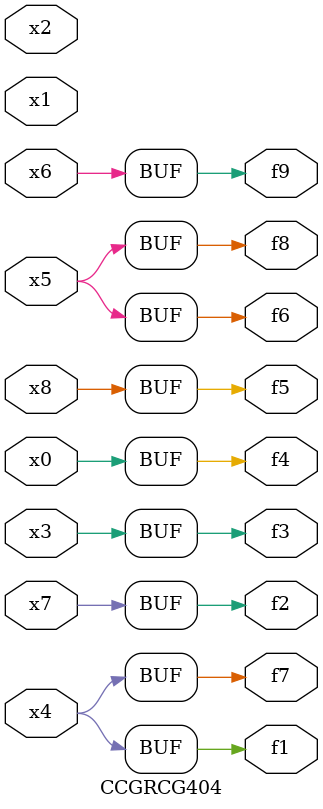
<source format=v>
module CCGRCG404(
	input x0, x1, x2, x3, x4, x5, x6, x7, x8,
	output f1, f2, f3, f4, f5, f6, f7, f8, f9
);
	assign f1 = x4;
	assign f2 = x7;
	assign f3 = x3;
	assign f4 = x0;
	assign f5 = x8;
	assign f6 = x5;
	assign f7 = x4;
	assign f8 = x5;
	assign f9 = x6;
endmodule

</source>
